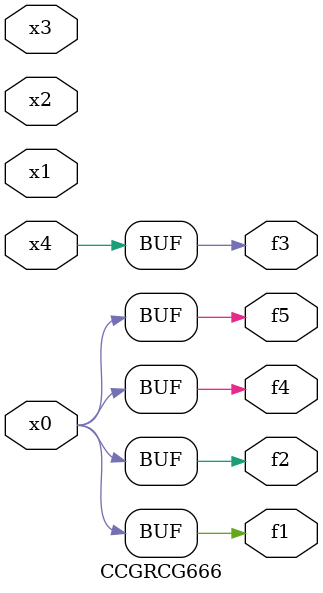
<source format=v>
module CCGRCG666(
	input x0, x1, x2, x3, x4,
	output f1, f2, f3, f4, f5
);
	assign f1 = x0;
	assign f2 = x0;
	assign f3 = x4;
	assign f4 = x0;
	assign f5 = x0;
endmodule

</source>
